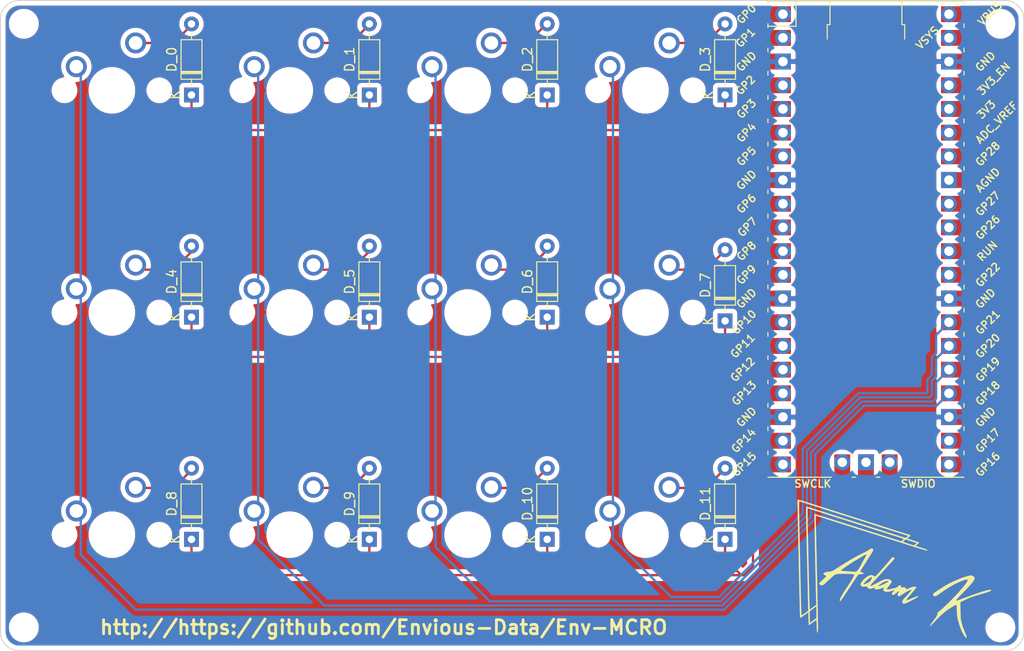
<source format=kicad_pcb>
(kicad_pcb (version 20171130) (host pcbnew "(5.1.9)-1")
  (layers (0 F.Cu signal hide) (31 B.Cu signal hide) (34 B.Paste user hide) (35 F.Paste user hide) (36 B.SilkS user hide) (37 F.SilkS user hide) (38 B.Mask user hide) (39 F.Mask user hide) (44 Edge.Cuts user))
  (net 0 "")
  (net 1 col0)
  (net 2 col1)
  (net 3 col2)
  (net 4 col3)
  (net 5 row0)
  (net 6 row1)
  (net 7 row2)
  (net 8 "Net-(D_0-Pad2)")
  (net 9 "Net-(D_1-Pad2)")
  (net 10 "Net-(D_2-Pad2)")
  (net 11 "Net-(D_3-Pad2)")
  (net 12 "Net-(D_4-Pad2)")
  (net 13 "Net-(D_5-Pad2)")
  (net 14 "Net-(D_6-Pad2)")
  (net 15 "Net-(D_7-Pad2)")
  (net 16 "Net-(D_8-Pad2)")
  (net 17 "Net-(D_9-Pad2)")
  (net 18 "Net-(D_10-Pad2)")
  (net 19 "Net-(D_11-Pad2)")
  (net 20 "Net-(U1-Pad43)")
  (net 21 "Net-(U1-Pad42)")
  (net 22 "Net-(U1-Pad41)")
  (net 23 "Net-(U1-Pad21)")
  (net 24 "Net-(U1-Pad22)")
  (net 25 "Net-(U1-Pad29)")
  (net 26 "Net-(U1-Pad30)")
  (net 27 "Net-(U1-Pad33)")
  (net 28 "Net-(U1-Pad35)")
  (net 29 "Net-(U1-Pad36)")
  (net 30 "Net-(U1-Pad37)")
  (net 31 "Net-(U1-Pad39)")
  (net 32 "Net-(U1-Pad40)")
  (net 33 "Net-(U1-Pad19)")
  (net 34 "Net-(U1-Pad17)")
  (net 35 "Net-(U1-Pad16)")
  (net 36 "Net-(U1-Pad14)")
  (net 37 "Net-(U1-Pad12)")
  (net 38 "Net-(U1-Pad11)")
  (net 39 "Net-(U1-Pad10)")
  (net 40 "Net-(U1-Pad9)")
  (net 41 "Net-(U1-Pad7)")
  (net 42 "Net-(U1-Pad5)")
  (net 43 "Net-(U1-Pad4)")
  (net 44 "Net-(U1-Pad2)")
  (net 45 "Net-(U1-Pad1)")
  (net 46 "Net-(U1-Pad31)")
  (net 47 "Net-(U1-Pad32)")
  (net 48 "Net-(U1-Pad34)")
  (net 49 GND)
  (module Pico:RPi_Pico_SMD_TH (layer F.Cu) (at 156.1 64.4)
    (fp_text reference U1)
    (fp_text value Pico)
    (fp_text user GP1 (at -12.9 -21.6 45) (layer F.SilkS) (effects (font (size 0.8 0.8))))
    (fp_text user GP2 (at -12.9 -16.51 45) (layer F.SilkS) (effects (font (size 0.8 0.8))))
    (fp_text user GP0 (at -12.8 -24.13 45) (layer F.SilkS) (effects (font (size 0.8 0.8))))
    (fp_text user GP3 (at -12.8 -13.97 45) (layer F.SilkS) (effects (font (size 0.8 0.8))))
    (fp_text user GP4 (at -12.8 -11.43 45) (layer F.SilkS) (effects (font (size 0.8 0.8))))
    (fp_text user GP5 (at -12.8 -8.89 45) (layer F.SilkS) (effects (font (size 0.8 0.8))))
    (fp_text user GP6 (at -12.8 -3.81 45) (layer F.SilkS) (effects (font (size 0.8 0.8))))
    (fp_text user GP7 (at -12.7 -1.3 45) (layer F.SilkS) (effects (font (size 0.8 0.8))))
    (fp_text user GP8 (at -12.8 1.27 45) (layer F.SilkS) (effects (font (size 0.8 0.8))))
    (fp_text user GP9 (at -12.8 3.81 45) (layer F.SilkS) (effects (font (size 0.8 0.8))))
    (fp_text user GP10 (at -13.054 8.89 45) (layer F.SilkS) (effects (font (size 0.8 0.8))))
    (fp_text user GP11 (at -13.2 11.43 45) (layer F.SilkS) (effects (font (size 0.8 0.8))))
    (fp_text user GP12 (at -13.2 13.97 45) (layer F.SilkS) (effects (font (size 0.8 0.8))))
    (fp_text user GP13 (at -13.054 16.51 45) (layer F.SilkS) (effects (font (size 0.8 0.8))))
    (fp_text user GP14 (at -13.1 21.59 45) (layer F.SilkS) (effects (font (size 0.8 0.8))))
    (fp_text user GP15 (at -13.054 24.13 45) (layer F.SilkS) (effects (font (size 0.8 0.8))))
    (fp_text user GP16 (at 13.054 24.13 45) (layer F.SilkS) (effects (font (size 0.8 0.8))))
    (fp_text user GP17 (at 13.054 21.59 45) (layer F.SilkS) (effects (font (size 0.8 0.8))))
    (fp_text user GP18 (at 13.054 16.51 45) (layer F.SilkS) (effects (font (size 0.8 0.8))))
    (fp_text user GP19 (at 13.054 13.97 45) (layer F.SilkS) (effects (font (size 0.8 0.8))))
    (fp_text user GP20 (at 13.054 11.43 45) (layer F.SilkS) (effects (font (size 0.8 0.8))))
    (fp_text user GP21 (at 13.054 8.9 45) (layer F.SilkS) (effects (font (size 0.8 0.8))))
    (fp_text user GP22 (at 13.054 3.81 45) (layer F.SilkS) (effects (font (size 0.8 0.8))))
    (fp_text user RUN (at 13 1.27 45) (layer F.SilkS) (effects (font (size 0.8 0.8))))
    (fp_text user GP26 (at 13.054 -1.27 45) (layer F.SilkS) (effects (font (size 0.8 0.8))))
    (fp_text user GP27 (at 13.054 -3.8 45) (layer F.SilkS) (effects (font (size 0.8 0.8))))
    (fp_text user GP28 (at 13.054 -9.144 45) (layer F.SilkS) (effects (font (size 0.8 0.8))))
    (fp_text user ADC_VREF (at 14 -12.5 45) (layer F.SilkS) (effects (font (size 0.8 0.8))))
    (fp_text user 3V3 (at 12.9 -13.9 45) (layer F.SilkS) (effects (font (size 0.8 0.8))))
    (fp_text user 3V3_EN (at 13.7 -17.2 45) (layer F.SilkS) (effects (font (size 0.8 0.8))))
    (fp_text user VSYS (at 6.6 -21.59 45) (layer F.SilkS) (effects (font (size 0.8 0.8))))
    (fp_text user VBUS (at 13.3 -24.2 45) (layer F.SilkS) (effects (font (size 0.8 0.8))))
    (fp_text user GND (at -12.8 -19.05 45) (layer F.SilkS) (effects (font (size 0.8 0.8))))
    (fp_text user GND (at -12.8 -6.35 45) (layer F.SilkS) (effects (font (size 0.8 0.8))))
    (fp_text user GND (at -12.8 6.35 45) (layer F.SilkS) (effects (font (size 0.8 0.8))))
    (fp_text user GND (at -12.8 19.05 45) (layer F.SilkS) (effects (font (size 0.8 0.8))))
    (fp_text user GND (at 12.8 19.05 45) (layer F.SilkS) (effects (font (size 0.8 0.8))))
    (fp_text user GND (at 12.8 6.35 45) (layer F.SilkS) (effects (font (size 0.8 0.8))))
    (fp_text user GND (at 12.8 -19.05 45) (layer F.SilkS) (effects (font (size 0.8 0.8))))
    (fp_text user AGND (at 13.054 -6.35 45) (layer F.SilkS) (effects (font (size 0.8 0.8))))
    (fp_text user SWCLK (at -5.7 26.2) (layer F.SilkS) (effects (font (size 0.8 0.8))))
    (fp_text user SWDIO (at 5.6 26.2) (layer F.SilkS) (effects (font (size 0.8 0.8))))
    (pad 1 thru_hole oval (at -8.89 -24.13) (size 1.7 1.7) (drill 1.02) (layers *.Cu *.Mask) (net 45 "Net-(U1-Pad1)"))
    (pad 2 thru_hole oval (at -8.89 -21.59) (size 1.7 1.7) (drill 1.02) (layers *.Cu *.Mask) (net 44 "Net-(U1-Pad2)"))
    (pad 3 thru_hole rect (at -8.89 -19.05) (size 1.7 1.7) (drill 1.02) (layers *.Cu *.Mask) (net 49 GND))
    (pad 4 thru_hole oval (at -8.89 -16.51) (size 1.7 1.7) (drill 1.02) (layers *.Cu *.Mask) (net 43 "Net-(U1-Pad4)"))
    (pad 5 thru_hole oval (at -8.89 -13.97) (size 1.7 1.7) (drill 1.02) (layers *.Cu *.Mask) (net 42 "Net-(U1-Pad5)"))
    (pad 6 thru_hole oval (at -8.89 -11.43) (size 1.7 1.7) (drill 1.02) (layers *.Cu *.Mask) (net 5 row0))
    (pad 7 thru_hole oval (at -8.89 -8.89) (size 1.7 1.7) (drill 1.02) (layers *.Cu *.Mask) (net 41 "Net-(U1-Pad7)"))
    (pad 8 thru_hole rect (at -8.89 -6.35) (size 1.7 1.7) (drill 1.02) (layers *.Cu *.Mask) (net 49 GND))
    (pad 9 thru_hole oval (at -8.89 -3.81) (size 1.7 1.7) (drill 1.02) (layers *.Cu *.Mask) (net 40 "Net-(U1-Pad9)"))
    (pad 10 thru_hole oval (at -8.89 -1.27) (size 1.7 1.7) (drill 1.02) (layers *.Cu *.Mask) (net 39 "Net-(U1-Pad10)"))
    (pad 11 thru_hole oval (at -8.89 1.27) (size 1.7 1.7) (drill 1.02) (layers *.Cu *.Mask) (net 38 "Net-(U1-Pad11)"))
    (pad 12 thru_hole oval (at -8.89 3.81) (size 1.7 1.7) (drill 1.02) (layers *.Cu *.Mask) (net 37 "Net-(U1-Pad12)"))
    (pad 13 thru_hole rect (at -8.89 6.35) (size 1.7 1.7) (drill 1.02) (layers *.Cu *.Mask) (net 49 GND))
    (pad 14 thru_hole oval (at -8.89 8.89) (size 1.7 1.7) (drill 1.02) (layers *.Cu *.Mask) (net 36 "Net-(U1-Pad14)"))
    (pad 15 thru_hole oval (at -8.89 11.43) (size 1.7 1.7) (drill 1.02) (layers *.Cu *.Mask) (net 6 row1))
    (pad 16 thru_hole oval (at -8.89 13.97) (size 1.7 1.7) (drill 1.02) (layers *.Cu *.Mask) (net 35 "Net-(U1-Pad16)"))
    (pad 17 thru_hole oval (at -8.89 16.51) (size 1.7 1.7) (drill 1.02) (layers *.Cu *.Mask) (net 34 "Net-(U1-Pad17)"))
    (pad 18 thru_hole rect (at -8.89 19.05) (size 1.7 1.7) (drill 1.02) (layers *.Cu *.Mask) (net 49 GND))
    (pad 19 thru_hole oval (at -8.89 21.59) (size 1.7 1.7) (drill 1.02) (layers *.Cu *.Mask) (net 33 "Net-(U1-Pad19)"))
    (pad 20 thru_hole oval (at -8.89 24.13) (size 1.7 1.7) (drill 1.02) (layers *.Cu *.Mask) (net 7 row2))
    (pad 21 thru_hole oval (at 8.89 24.13) (size 1.7 1.7) (drill 1.02) (layers *.Cu *.Mask) (net 23 "Net-(U1-Pad21)"))
    (pad 22 thru_hole oval (at 8.89 21.59) (size 1.7 1.7) (drill 1.02) (layers *.Cu *.Mask) (net 24 "Net-(U1-Pad22)"))
    (pad 23 thru_hole rect (at 8.89 19.05) (size 1.7 1.7) (drill 1.02) (layers *.Cu *.Mask) (net 49 GND))
    (pad 24 thru_hole oval (at 8.89 16.51) (size 1.7 1.7) (drill 1.02) (layers *.Cu *.Mask) (net 1 col0))
    (pad 25 thru_hole oval (at 8.89 13.97) (size 1.7 1.7) (drill 1.02) (layers *.Cu *.Mask) (net 2 col1))
    (pad 26 thru_hole oval (at 8.89 11.43) (size 1.7 1.7) (drill 1.02) (layers *.Cu *.Mask) (net 3 col2))
    (pad 27 thru_hole oval (at 8.89 8.89) (size 1.7 1.7) (drill 1.02) (layers *.Cu *.Mask) (net 4 col3))
    (pad 28 thru_hole rect (at 8.89 6.35) (size 1.7 1.7) (drill 1.02) (layers *.Cu *.Mask) (net 49 GND))
    (pad 29 thru_hole oval (at 8.89 3.81) (size 1.7 1.7) (drill 1.02) (layers *.Cu *.Mask) (net 25 "Net-(U1-Pad29)"))
    (pad 30 thru_hole oval (at 8.89 1.27) (size 1.7 1.7) (drill 1.02) (layers *.Cu *.Mask) (net 26 "Net-(U1-Pad30)"))
    (pad 31 thru_hole oval (at 8.89 -1.27) (size 1.7 1.7) (drill 1.02) (layers *.Cu *.Mask) (net 46 "Net-(U1-Pad31)"))
    (pad 32 thru_hole oval (at 8.89 -3.81) (size 1.7 1.7) (drill 1.02) (layers *.Cu *.Mask) (net 47 "Net-(U1-Pad32)"))
    (pad 33 thru_hole rect (at 8.89 -6.35) (size 1.7 1.7) (drill 1.02) (layers *.Cu *.Mask) (net 27 "Net-(U1-Pad33)"))
    (pad 34 thru_hole oval (at 8.89 -8.89) (size 1.7 1.7) (drill 1.02) (layers *.Cu *.Mask) (net 48 "Net-(U1-Pad34)"))
    (pad 35 thru_hole oval (at 8.89 -11.43) (size 1.7 1.7) (drill 1.02) (layers *.Cu *.Mask) (net 28 "Net-(U1-Pad35)"))
    (pad 36 thru_hole oval (at 8.89 -13.97) (size 1.7 1.7) (drill 1.02) (layers *.Cu *.Mask) (net 29 "Net-(U1-Pad36)"))
    (pad 37 thru_hole oval (at 8.89 -16.51) (size 1.7 1.7) (drill 1.02) (layers *.Cu *.Mask) (net 30 "Net-(U1-Pad37)"))
    (pad 38 thru_hole rect (at 8.89 -19.05) (size 1.7 1.7) (drill 1.02) (layers *.Cu *.Mask) (net 49 GND))
    (pad 39 thru_hole oval (at 8.89 -21.59) (size 1.7 1.7) (drill 1.02) (layers *.Cu *.Mask) (net 31 "Net-(U1-Pad39)"))
    (pad 40 thru_hole oval (at 8.89 -24.13) (size 1.7 1.7) (drill 1.02) (layers *.Cu *.Mask) (net 32 "Net-(U1-Pad40)"))
    (pad 1 smd rect (at -8.89 -24.13) (size 3.5 1.7) (drill (offset -0.9 0)) (layers F.Cu F.Mask) (net 45 "Net-(U1-Pad1)"))
    (pad 2 smd rect (at -8.89 -21.59) (size 3.5 1.7) (drill (offset -0.9 0)) (layers F.Cu F.Mask) (net 44 "Net-(U1-Pad2)"))
    (pad 3 smd rect (at -8.89 -19.05) (size 3.5 1.7) (drill (offset -0.9 0)) (layers F.Cu F.Mask) (net 49 GND))
    (pad 4 smd rect (at -8.89 -16.51) (size 3.5 1.7) (drill (offset -0.9 0)) (layers F.Cu F.Mask) (net 43 "Net-(U1-Pad4)"))
    (pad 5 smd rect (at -8.89 -13.97) (size 3.5 1.7) (drill (offset -0.9 0)) (layers F.Cu F.Mask) (net 42 "Net-(U1-Pad5)"))
    (pad 6 smd rect (at -8.89 -11.43) (size 3.5 1.7) (drill (offset -0.9 0)) (layers F.Cu F.Mask) (net 5 row0))
    (pad 7 smd rect (at -8.89 -8.89) (size 3.5 1.7) (drill (offset -0.9 0)) (layers F.Cu F.Mask) (net 41 "Net-(U1-Pad7)"))
    (pad 8 smd rect (at -8.89 -6.35) (size 3.5 1.7) (drill (offset -0.9 0)) (layers F.Cu F.Mask) (net 49 GND))
    (pad 9 smd rect (at -8.89 -3.81) (size 3.5 1.7) (drill (offset -0.9 0)) (layers F.Cu F.Mask) (net 40 "Net-(U1-Pad9)"))
    (pad 10 smd rect (at -8.89 -1.27) (size 3.5 1.7) (drill (offset -0.9 0)) (layers F.Cu F.Mask) (net 39 "Net-(U1-Pad10)"))
    (pad 11 smd rect (at -8.89 1.27) (size 3.5 1.7) (drill (offset -0.9 0)) (layers F.Cu F.Mask) (net 38 "Net-(U1-Pad11)"))
    (pad 12 smd rect (at -8.89 3.81) (size 3.5 1.7) (drill (offset -0.9 0)) (layers F.Cu F.Mask) (net 37 "Net-(U1-Pad12)"))
    (pad 13 smd rect (at -8.89 6.35) (size 3.5 1.7) (drill (offset -0.9 0)) (layers F.Cu F.Mask) (net 49 GND))
    (pad 14 smd rect (at -8.89 8.89) (size 3.5 1.7) (drill (offset -0.9 0)) (layers F.Cu F.Mask) (net 36 "Net-(U1-Pad14)"))
    (pad 15 smd rect (at -8.89 11.43) (size 3.5 1.7) (drill (offset -0.9 0)) (layers F.Cu F.Mask) (net 6 row1))
    (pad 16 smd rect (at -8.89 13.97) (size 3.5 1.7) (drill (offset -0.9 0)) (layers F.Cu F.Mask) (net 35 "Net-(U1-Pad16)"))
    (pad 17 smd rect (at -8.89 16.51) (size 3.5 1.7) (drill (offset -0.9 0)) (layers F.Cu F.Mask) (net 34 "Net-(U1-Pad17)"))
    (pad 18 smd rect (at -8.89 19.05) (size 3.5 1.7) (drill (offset -0.9 0)) (layers F.Cu F.Mask) (net 49 GND))
    (pad 19 smd rect (at -8.89 21.59) (size 3.5 1.7) (drill (offset -0.9 0)) (layers F.Cu F.Mask) (net 33 "Net-(U1-Pad19)"))
    (pad 20 smd rect (at -8.89 24.13) (size 3.5 1.7) (drill (offset -0.9 0)) (layers F.Cu F.Mask) (net 7 row2))
    (pad 40 smd rect (at 8.89 -24.13) (size 3.5 1.7) (drill (offset 0.9 0)) (layers F.Cu F.Mask) (net 32 "Net-(U1-Pad40)"))
    (pad 39 smd rect (at 8.89 -21.59) (size 3.5 1.7) (drill (offset 0.9 0)) (layers F.Cu F.Mask) (net 31 "Net-(U1-Pad39)"))
    (pad 38 smd rect (at 8.89 -19.05) (size 3.5 1.7) (drill (offset 0.9 0)) (layers F.Cu F.Mask) (net 49 GND))
    (pad 37 smd rect (at 8.89 -16.51) (size 3.5 1.7) (drill (offset 0.9 0)) (layers F.Cu F.Mask) (net 30 "Net-(U1-Pad37)"))
    (pad 36 smd rect (at 8.89 -13.97) (size 3.5 1.7) (drill (offset 0.9 0)) (layers F.Cu F.Mask) (net 29 "Net-(U1-Pad36)"))
    (pad 35 smd rect (at 8.89 -11.43) (size 3.5 1.7) (drill (offset 0.9 0)) (layers F.Cu F.Mask) (net 28 "Net-(U1-Pad35)"))
    (pad 34 smd rect (at 8.89 -8.89) (size 3.5 1.7) (drill (offset 0.9 0)) (layers F.Cu F.Mask) (net 48 "Net-(U1-Pad34)"))
    (pad 33 smd rect (at 8.89 -6.35) (size 3.5 1.7) (drill (offset 0.9 0)) (layers F.Cu F.Mask) (net 27 "Net-(U1-Pad33)"))
    (pad 32 smd rect (at 8.89 -3.81) (size 3.5 1.7) (drill (offset 0.9 0)) (layers F.Cu F.Mask) (net 47 "Net-(U1-Pad32)"))
    (pad 31 smd rect (at 8.89 -1.27) (size 3.5 1.7) (drill (offset 0.9 0)) (layers F.Cu F.Mask) (net 46 "Net-(U1-Pad31)"))
    (pad 30 smd rect (at 8.89 1.27) (size 3.5 1.7) (drill (offset 0.9 0)) (layers F.Cu F.Mask) (net 26 "Net-(U1-Pad30)"))
    (pad 29 smd rect (at 8.89 3.81) (size 3.5 1.7) (drill (offset 0.9 0)) (layers F.Cu F.Mask) (net 25 "Net-(U1-Pad29)"))
    (pad 28 smd rect (at 8.89 6.35) (size 3.5 1.7) (drill (offset 0.9 0)) (layers F.Cu F.Mask) (net 49 GND))
    (pad 27 smd rect (at 8.89 8.89) (size 3.5 1.7) (drill (offset 0.9 0)) (layers F.Cu F.Mask) (net 4 col3))
    (pad 26 smd rect (at 8.89 11.43) (size 3.5 1.7) (drill (offset 0.9 0)) (layers F.Cu F.Mask) (net 3 col2))
    (pad 25 smd rect (at 8.89 13.97) (size 3.5 1.7) (drill (offset 0.9 0)) (layers F.Cu F.Mask) (net 2 col1))
    (pad 24 smd rect (at 8.89 16.51) (size 3.5 1.7) (drill (offset 0.9 0)) (layers F.Cu F.Mask) (net 1 col0))
    (pad 23 smd rect (at 8.89 19.05) (size 3.5 1.7) (drill (offset 0.9 0)) (layers F.Cu F.Mask) (net 49 GND))
    (pad 22 smd rect (at 8.89 21.59) (size 3.5 1.7) (drill (offset 0.9 0)) (layers F.Cu F.Mask) (net 24 "Net-(U1-Pad22)"))
    (pad 21 smd rect (at 8.89 24.13) (size 3.5 1.7) (drill (offset 0.9 0)) (layers F.Cu F.Mask) (net 23 "Net-(U1-Pad21)"))
    (pad 41 smd rect (at -2.54 23.9 90) (size 3.5 1.7) (drill (offset -0.9 0)) (layers F.Cu F.Mask) (net 22 "Net-(U1-Pad41)"))
    (pad 41 thru_hole oval (at -2.54 23.9) (size 1.7 1.7) (drill 1.02) (layers *.Cu *.Mask) (net 22 "Net-(U1-Pad41)"))
    (pad 42 smd rect (at 0 23.9 90) (size 3.5 1.7) (drill (offset -0.9 0)) (layers F.Cu F.Mask) (net 21 "Net-(U1-Pad42)"))
    (pad 42 thru_hole rect (at 0 23.9) (size 1.7 1.7) (drill 1.02) (layers *.Cu *.Mask) (net 21 "Net-(U1-Pad42)"))
    (pad 43 smd rect (at 2.54 23.9 90) (size 3.5 1.7) (drill (offset -0.9 0)) (layers F.Cu F.Mask) (net 20 "Net-(U1-Pad43)"))
    (pad 43 thru_hole oval (at 2.54 23.9) (size 1.7 1.7) (drill 1.02) (layers *.Cu *.Mask) (net 20 "Net-(U1-Pad43)"))
  )
  (module Logo:logo (layer F.Cu) (at 159.3 100)
    (fp_text reference G*** hide)
    (fp_text value LOGO hide)
  )
  (module MountingHole:MountingHole_2.2mm_M2 (layer F.Cu) (at 170.5 106)
    (fp_text reference H4)
    (fp_text value MountingHole)
    (pad "" np_thru_hole circle (at 0 0) (size 2.2 2.2) (drill 2.2) (layers *.Cu *.Mask Eco1.User))
  )
  (module MountingHole:MountingHole_2.2mm_M2 (layer F.Cu) (at 65.9 41.3)
    (fp_text reference H3)
    (fp_text value MountingHole)
    (pad "" np_thru_hole circle (at 0 0) (size 2.2 2.2) (drill 2.2) (layers *.Cu *.Mask Eco1.User))
  )
  (module MountingHole:MountingHole_2.2mm_M2 (layer F.Cu) (at 65.9 106)
    (fp_text reference H2)
    (fp_text value MountingHole)
    (pad "" np_thru_hole circle (at 0 0) (size 2.2 2.2) (drill 2.2) (layers *.Cu *.Mask Eco1.User))
  )
  (module MountingHole:MountingHole_2.2mm_M2 (layer F.Cu) (at 170.5 41.3)
    (fp_text reference H1)
    (fp_text value MountingHole hide)
    (pad "" np_thru_hole circle (at 0 0) (size 2.2 2.2) (drill 2.2) (layers *.Cu *.Mask Eco1.User))
  )
  (module MX_Only:MXOnly-1U-NoLED (layer F.Cu) (at 113.435 48.435)
    (fp_text reference K_2)
    (fp_text value KEYSW hide)
    (pad 2 thru_hole circle (at 2.54 -5.08) (size 2.25 2.25) (drill 1.47) (layers *.Cu B.Mask) (net 10 "Net-(D_2-Pad2)"))
    (pad "" np_thru_hole circle (at 0 0) (size 3.9878 3.9878) (drill 3.9878) (layers *.Cu *.Mask))
    (pad 1 thru_hole circle (at -3.81 -2.54) (size 2.25 2.25) (drill 1.47) (layers *.Cu B.Mask) (net 3 col2))
    (pad "" np_thru_hole circle (at -5.08 0 48.0996) (size 1.75 1.75) (drill 1.75) (layers *.Cu *.Mask))
    (pad "" np_thru_hole circle (at 5.08 0 48.0996) (size 1.75 1.75) (drill 1.75) (layers *.Cu *.Mask))
  )
  (module MX_Only:MXOnly-1U-NoLED (layer F.Cu) (at 75.335 48.435)
    (fp_text reference K_0)
    (fp_text value KEYSW hide)
    (pad 2 thru_hole circle (at 2.54 -5.08) (size 2.25 2.25) (drill 1.47) (layers *.Cu B.Mask) (net 8 "Net-(D_0-Pad2)"))
    (pad "" np_thru_hole circle (at 0 0) (size 3.9878 3.9878) (drill 3.9878) (layers *.Cu *.Mask))
    (pad 1 thru_hole circle (at -3.81 -2.54) (size 2.25 2.25) (drill 1.47) (layers *.Cu B.Mask) (net 1 col0))
    (pad "" np_thru_hole circle (at -5.08 0 48.0996) (size 1.75 1.75) (drill 1.75) (layers *.Cu *.Mask))
    (pad "" np_thru_hole circle (at 5.08 0 48.0996) (size 1.75 1.75) (drill 1.75) (layers *.Cu *.Mask))
  )
  (module Diode_THT:D_DO-35_SOD27_P7.62mm_Horizontal (layer F.Cu) (at 141.01 96.56 90)
    (fp_text reference D_11 (at 3.81 -2.12 270) (layer F.SilkS))
    (fp_text value D)
    (fp_text user K (at 0 -1.8 270) (layer F.SilkS))
    (pad 2 thru_hole oval (at 7.62 0 90) (size 1.6 1.6) (drill 0.8) (layers *.Cu *.Mask) (net 19 "Net-(D_11-Pad2)"))
    (pad 1 thru_hole rect (at 0 0 90) (size 1.6 1.6) (drill 0.8) (layers *.Cu *.Mask) (net 7 row2))
  )
  (module Diode_THT:D_DO-35_SOD27_P7.62mm_Horizontal (layer F.Cu) (at 121.96 96.56 90)
    (fp_text reference D_10 (at 3.81 -2.12 270) (layer F.SilkS))
    (fp_text value D)
    (fp_text user K (at 0 -1.8 270) (layer F.SilkS))
    (pad 2 thru_hole oval (at 7.62 0 90) (size 1.6 1.6) (drill 0.8) (layers *.Cu *.Mask) (net 18 "Net-(D_10-Pad2)"))
    (pad 1 thru_hole rect (at 0 0 90) (size 1.6 1.6) (drill 0.8) (layers *.Cu *.Mask) (net 7 row2))
  )
  (module Diode_THT:D_DO-35_SOD27_P7.62mm_Horizontal (layer F.Cu) (at 102.91 96.56 90)
    (fp_text reference D_9 (at 3.81 -2.12 270) (layer F.SilkS))
    (fp_text value D)
    (fp_text user K (at 0 -1.8 270) (layer F.SilkS))
    (pad 2 thru_hole oval (at 7.62 0 90) (size 1.6 1.6) (drill 0.8) (layers *.Cu *.Mask) (net 17 "Net-(D_9-Pad2)"))
    (pad 1 thru_hole rect (at 0 0 90) (size 1.6 1.6) (drill 0.8) (layers *.Cu *.Mask) (net 7 row2))
  )
  (module Diode_THT:D_DO-35_SOD27_P7.62mm_Horizontal (layer F.Cu) (at 83.86 96.56 90)
    (fp_text reference D_8 (at 3.81 -2.12 270) (layer F.SilkS))
    (fp_text value D)
    (fp_text user K (at 0 -1.8 270) (layer F.SilkS))
    (pad 2 thru_hole oval (at 7.62 0 90) (size 1.6 1.6) (drill 0.8) (layers *.Cu *.Mask) (net 16 "Net-(D_8-Pad2)"))
    (pad 1 thru_hole rect (at 0 0 90) (size 1.6 1.6) (drill 0.8) (layers *.Cu *.Mask) (net 7 row2))
  )
  (module Diode_THT:D_DO-35_SOD27_P7.62mm_Horizontal (layer F.Cu) (at 141.01 73.1475 90)
    (fp_text reference D_7 (at 3.81 -2.12 270) (layer F.SilkS))
    (fp_text value D)
    (fp_text user K (at 0 -1.8 270) (layer F.SilkS))
    (pad 2 thru_hole oval (at 7.62 0 90) (size 1.6 1.6) (drill 0.8) (layers *.Cu *.Mask) (net 15 "Net-(D_7-Pad2)"))
    (pad 1 thru_hole rect (at 0 0 90) (size 1.6 1.6) (drill 0.8) (layers *.Cu *.Mask) (net 6 row1))
  )
  (module Diode_THT:D_DO-35_SOD27_P7.62mm_Horizontal (layer F.Cu) (at 121.96 72.7475 90)
    (fp_text reference D_6 (at 3.81 -2.12 270) (layer F.SilkS))
    (fp_text value D)
    (fp_text user K (at 0 -1.8 270) (layer F.SilkS))
    (pad 2 thru_hole oval (at 7.62 0 90) (size 1.6 1.6) (drill 0.8) (layers *.Cu *.Mask) (net 14 "Net-(D_6-Pad2)"))
    (pad 1 thru_hole rect (at 0 0 90) (size 1.6 1.6) (drill 0.8) (layers *.Cu *.Mask) (net 6 row1))
  )
  (module Diode_THT:D_DO-35_SOD27_P7.62mm_Horizontal (layer F.Cu) (at 102.91 72.7475 90)
    (fp_text reference D_5 (at 3.81 -2.12 270) (layer F.SilkS))
    (fp_text value D)
    (fp_text user K (at 0 -1.8 270) (layer F.SilkS))
    (pad 2 thru_hole oval (at 7.62 0 90) (size 1.6 1.6) (drill 0.8) (layers *.Cu *.Mask) (net 13 "Net-(D_5-Pad2)"))
    (pad 1 thru_hole rect (at 0 0 90) (size 1.6 1.6) (drill 0.8) (layers *.Cu *.Mask) (net 6 row1))
  )
  (module Diode_THT:D_DO-35_SOD27_P7.62mm_Horizontal (layer F.Cu) (at 83.86 72.7475 90)
    (fp_text reference D_4 (at 3.81 -2.12 270) (layer F.SilkS))
    (fp_text value D)
    (fp_text user K (at 0 -1.8 270) (layer F.SilkS))
    (pad 2 thru_hole oval (at 7.62 0 90) (size 1.6 1.6) (drill 0.8) (layers *.Cu *.Mask) (net 12 "Net-(D_4-Pad2)"))
    (pad 1 thru_hole rect (at 0 0 90) (size 1.6 1.6) (drill 0.8) (layers *.Cu *.Mask) (net 6 row1))
  )
  (module Diode_THT:D_DO-35_SOD27_P7.62mm_Horizontal (layer F.Cu) (at 141.01 48.935 90)
    (fp_text reference D_3 (at 3.81 -2.12 270) (layer F.SilkS))
    (fp_text value D)
    (fp_text user K (at 0 -1.8 270) (layer F.SilkS))
    (pad 2 thru_hole oval (at 7.62 0 90) (size 1.6 1.6) (drill 0.8) (layers *.Cu *.Mask) (net 11 "Net-(D_3-Pad2)"))
    (pad 1 thru_hole rect (at 0 0 90) (size 1.6 1.6) (drill 0.8) (layers *.Cu *.Mask) (net 5 row0))
  )
  (module Diode_THT:D_DO-35_SOD27_P7.62mm_Horizontal (layer F.Cu) (at 121.96 48.935 90)
    (fp_text reference D_2 (at 3.81 -2.12 270) (layer F.SilkS))
    (fp_text value D)
    (fp_text user K (at 0 -1.8 270) (layer F.SilkS))
    (pad 2 thru_hole oval (at 7.62 0 90) (size 1.6 1.6) (drill 0.8) (layers *.Cu *.Mask) (net 10 "Net-(D_2-Pad2)"))
    (pad 1 thru_hole rect (at 0 0 90) (size 1.6 1.6) (drill 0.8) (layers *.Cu *.Mask) (net 5 row0))
  )
  (module Diode_THT:D_DO-35_SOD27_P7.62mm_Horizontal (layer F.Cu) (at 102.91 48.935 90)
    (fp_text reference D_1 (at 3.81 -2.12 270) (layer F.SilkS))
    (fp_text value D)
    (fp_text user K (at 0 -1.8 270) (layer F.SilkS))
    (pad 2 thru_hole oval (at 7.62 0 90) (size 1.6 1.6) (drill 0.8) (layers *.Cu *.Mask) (net 9 "Net-(D_1-Pad2)"))
    (pad 1 thru_hole rect (at 0 0 90) (size 1.6 1.6) (drill 0.8) (layers *.Cu *.Mask) (net 5 row0))
  )
  (module Diode_THT:D_DO-35_SOD27_P7.62mm_Horizontal (layer F.Cu) (at 83.86 48.935 90)
    (fp_text reference D_0 (at 3.81 -2.12 270) (layer F.SilkS))
    (fp_text value D)
    (fp_text user K (at 0 -1.8 270) (layer F.SilkS))
    (pad 2 thru_hole oval (at 7.62 0 90) (size 1.6 1.6) (drill 0.8) (layers *.Cu *.Mask) (net 8 "Net-(D_0-Pad2)"))
    (pad 1 thru_hole rect (at 0 0 90) (size 1.6 1.6) (drill 0.8) (layers *.Cu *.Mask) (net 5 row0))
  )
  (module MX_Only:MXOnly-1U-NoLED (layer F.Cu) (at 132.485 96.06)
    (fp_text reference K_11)
    (fp_text value KEYSW hide)
    (pad 2 thru_hole circle (at 2.54 -5.08) (size 2.25 2.25) (drill 1.47) (layers *.Cu B.Mask) (net 19 "Net-(D_11-Pad2)"))
    (pad "" np_thru_hole circle (at 0 0) (size 3.9878 3.9878) (drill 3.9878) (layers *.Cu *.Mask))
    (pad 1 thru_hole circle (at -3.81 -2.54) (size 2.25 2.25) (drill 1.47) (layers *.Cu B.Mask) (net 4 col3))
    (pad "" np_thru_hole circle (at -5.08 0 48.0996) (size 1.75 1.75) (drill 1.75) (layers *.Cu *.Mask))
    (pad "" np_thru_hole circle (at 5.08 0 48.0996) (size 1.75 1.75) (drill 1.75) (layers *.Cu *.Mask))
  )
  (module MX_Only:MXOnly-1U-NoLED (layer F.Cu) (at 113.435 96.06)
    (fp_text reference K_10)
    (fp_text value KEYSW hide)
    (pad 2 thru_hole circle (at 2.54 -5.08) (size 2.25 2.25) (drill 1.47) (layers *.Cu B.Mask) (net 18 "Net-(D_10-Pad2)"))
    (pad "" np_thru_hole circle (at 0 0) (size 3.9878 3.9878) (drill 3.9878) (layers *.Cu *.Mask))
    (pad 1 thru_hole circle (at -3.81 -2.54) (size 2.25 2.25) (drill 1.47) (layers *.Cu B.Mask) (net 3 col2))
    (pad "" np_thru_hole circle (at -5.08 0 48.0996) (size 1.75 1.75) (drill 1.75) (layers *.Cu *.Mask))
    (pad "" np_thru_hole circle (at 5.08 0 48.0996) (size 1.75 1.75) (drill 1.75) (layers *.Cu *.Mask))
  )
  (module MX_Only:MXOnly-1U-NoLED (layer F.Cu) (at 94.385 96.06)
    (fp_text reference K_9)
    (fp_text value KEYSW hide)
    (pad 2 thru_hole circle (at 2.54 -5.08) (size 2.25 2.25) (drill 1.47) (layers *.Cu B.Mask) (net 17 "Net-(D_9-Pad2)"))
    (pad "" np_thru_hole circle (at 0 0) (size 3.9878 3.9878) (drill 3.9878) (layers *.Cu *.Mask))
    (pad 1 thru_hole circle (at -3.81 -2.54) (size 2.25 2.25) (drill 1.47) (layers *.Cu B.Mask) (net 2 col1))
    (pad "" np_thru_hole circle (at -5.08 0 48.0996) (size 1.75 1.75) (drill 1.75) (layers *.Cu *.Mask))
    (pad "" np_thru_hole circle (at 5.08 0 48.0996) (size 1.75 1.75) (drill 1.75) (layers *.Cu *.Mask))
  )
  (module MX_Only:MXOnly-1U-NoLED (layer F.Cu) (at 75.335 96.06)
    (fp_text reference K_8)
    (fp_text value KEYSW hide)
    (pad 2 thru_hole circle (at 2.54 -5.08) (size 2.25 2.25) (drill 1.47) (layers *.Cu B.Mask) (net 16 "Net-(D_8-Pad2)"))
    (pad "" np_thru_hole circle (at 0 0) (size 3.9878 3.9878) (drill 3.9878) (layers *.Cu *.Mask))
    (pad 1 thru_hole circle (at -3.81 -2.54) (size 2.25 2.25) (drill 1.47) (layers *.Cu B.Mask) (net 1 col0))
    (pad "" np_thru_hole circle (at -5.08 0 48.0996) (size 1.75 1.75) (drill 1.75) (layers *.Cu *.Mask))
    (pad "" np_thru_hole circle (at 5.08 0 48.0996) (size 1.75 1.75) (drill 1.75) (layers *.Cu *.Mask))
  )
  (module MX_Only:MXOnly-1U-NoLED (layer F.Cu) (at 132.485 72.2475)
    (fp_text reference K_7)
    (fp_text value KEYSW hide)
    (pad 2 thru_hole circle (at 2.54 -5.08) (size 2.25 2.25) (drill 1.47) (layers *.Cu B.Mask) (net 15 "Net-(D_7-Pad2)"))
    (pad "" np_thru_hole circle (at 0 0) (size 3.9878 3.9878) (drill 3.9878) (layers *.Cu *.Mask))
    (pad 1 thru_hole circle (at -3.81 -2.54) (size 2.25 2.25) (drill 1.47) (layers *.Cu B.Mask) (net 4 col3))
    (pad "" np_thru_hole circle (at -5.08 0 48.0996) (size 1.75 1.75) (drill 1.75) (layers *.Cu *.Mask))
    (pad "" np_thru_hole circle (at 5.08 0 48.0996) (size 1.75 1.75) (drill 1.75) (layers *.Cu *.Mask))
  )
  (module MX_Only:MXOnly-1U-NoLED (layer F.Cu) (at 113.435 72.2475)
    (fp_text reference K_6)
    (fp_text value KEYSW hide)
    (pad 2 thru_hole circle (at 2.54 -5.08) (size 2.25 2.25) (drill 1.47) (layers *.Cu B.Mask) (net 14 "Net-(D_6-Pad2)"))
    (pad "" np_thru_hole circle (at 0 0) (size 3.9878 3.9878) (drill 3.9878) (layers *.Cu *.Mask))
    (pad 1 thru_hole circle (at -3.81 -2.54) (size 2.25 2.25) (drill 1.47) (layers *.Cu B.Mask) (net 3 col2))
    (pad "" np_thru_hole circle (at -5.08 0 48.0996) (size 1.75 1.75) (drill 1.75) (layers *.Cu *.Mask))
    (pad "" np_thru_hole circle (at 5.08 0 48.0996) (size 1.75 1.75) (drill 1.75) (layers *.Cu *.Mask))
  )
  (module MX_Only:MXOnly-1U-NoLED (layer F.Cu) (at 94.385 72.2475)
    (fp_text reference K_5)
    (fp_text value KEYSW hide)
    (pad 2 thru_hole circle (at 2.54 -5.08) (size 2.25 2.25) (drill 1.47) (layers *.Cu B.Mask) (net 13 "Net-(D_5-Pad2)"))
    (pad "" np_thru_hole circle (at 0 0) (size 3.9878 3.9878) (drill 3.9878) (layers *.Cu *.Mask))
    (pad 1 thru_hole circle (at -3.81 -2.54) (size 2.25 2.25) (drill 1.47) (layers *.Cu B.Mask) (net 2 col1))
    (pad "" np_thru_hole circle (at -5.08 0 48.0996) (size 1.75 1.75) (drill 1.75) (layers *.Cu *.Mask))
    (pad "" np_thru_hole circle (at 5.08 0 48.0996) (size 1.75 1.75) (drill 1.75) (layers *.Cu *.Mask))
  )
  (module MX_Only:MXOnly-1U-NoLED (layer F.Cu) (at 75.335 72.2475)
    (fp_text reference K_4)
    (fp_text value KEYSW hide)
    (pad 2 thru_hole circle (at 2.54 -5.08) (size 2.25 2.25) (drill 1.47) (layers *.Cu B.Mask) (net 12 "Net-(D_4-Pad2)"))
    (pad "" np_thru_hole circle (at 0 0) (size 3.9878 3.9878) (drill 3.9878) (layers *.Cu *.Mask))
    (pad 1 thru_hole circle (at -3.81 -2.54) (size 2.25 2.25) (drill 1.47) (layers *.Cu B.Mask) (net 1 col0))
    (pad "" np_thru_hole circle (at -5.08 0 48.0996) (size 1.75 1.75) (drill 1.75) (layers *.Cu *.Mask))
    (pad "" np_thru_hole circle (at 5.08 0 48.0996) (size 1.75 1.75) (drill 1.75) (layers *.Cu *.Mask))
  )
  (module MX_Only:MXOnly-1U-NoLED (layer F.Cu) (at 132.485 48.435)
    (fp_text reference K_3)
    (fp_text value KEYSW hide)
    (pad 2 thru_hole circle (at 2.54 -5.08) (size 2.25 2.25) (drill 1.47) (layers *.Cu B.Mask) (net 11 "Net-(D_3-Pad2)"))
    (pad "" np_thru_hole circle (at 0 0) (size 3.9878 3.9878) (drill 3.9878) (layers *.Cu *.Mask))
    (pad 1 thru_hole circle (at -3.81 -2.54) (size 2.25 2.25) (drill 1.47) (layers *.Cu B.Mask) (net 4 col3))
    (pad "" np_thru_hole circle (at -5.08 0 48.0996) (size 1.75 1.75) (drill 1.75) (layers *.Cu *.Mask))
    (pad "" np_thru_hole circle (at 5.08 0 48.0996) (size 1.75 1.75) (drill 1.75) (layers *.Cu *.Mask))
  )
  (module MX_Only:MXOnly-1U-NoLED (layer F.Cu) (at 94.385 48.435)
    (fp_text reference K_1)
    (fp_text value KEYSW hide)
    (pad 2 thru_hole circle (at 2.54 -5.08) (size 2.25 2.25) (drill 1.47) (layers *.Cu B.Mask) (net 9 "Net-(D_1-Pad2)"))
    (pad "" np_thru_hole circle (at 0 0) (size 3.9878 3.9878) (drill 3.9878) (layers *.Cu *.Mask))
    (pad 1 thru_hole circle (at -3.81 -2.54) (size 2.25 2.25) (drill 1.47) (layers *.Cu B.Mask) (net 2 col1))
    (pad "" np_thru_hole circle (at -5.08 0 48.0996) (size 1.75 1.75) (drill 1.75) (layers *.Cu *.Mask))
    (pad "" np_thru_hole circle (at 5.08 0 48.0996) (size 1.75 1.75) (drill 1.75) (layers *.Cu *.Mask))
  )
  (gr_arc (start 171 40.8) (end 173 40.8) (angle -90) (layer Edge.Cuts) (width 0.1))
  (gr_arc (start 171 106.5) (end 171 108.5) (angle -90) (layer Edge.Cuts) (width 0.1))
  (gr_arc (start 65.4 106.5) (end 63.4 106.5) (angle -90) (layer Edge.Cuts) (width 0.1))
  (gr_line (start 63.4 40.8) (end 63.4 106.5) (layer Edge.Cuts) (width 0.1))
  (gr_line (start 171 38.8) (end 65.4 38.8) (layer Edge.Cuts) (width 0.1))
  (gr_arc (start 65.4 40.8) (end 65.4 38.8) (angle -90) (layer Edge.Cuts) (width 0.1))
  (gr_line (start 173 106.5) (end 173 40.8) (layer Edge.Cuts) (width 0.1))
  (gr_line (start 65.4 108.5) (end 171 108.5) (layer Edge.Cuts) (width 0.1))
  (gr_text http://https://github.com/Envious-Data/Env-MCRO (at 135 106) (layer F.SilkS) (effects (font (size 1.5 1.5) (thickness 0.3)) (justify right)))
  (segment (start 163.66 82.24) (end 164.99 80.91) (width 0.25) (layer B.Cu) (net 1))
  (segment (start 155.86 82.24) (end 163.66 82.24) (width 0.25) (layer B.Cu) (net 1))
  (segment (start 150.67003 87.42997) (end 155.86 82.24) (width 0.25) (layer B.Cu) (net 1))
  (segment (start 150.67003 94.3392) (end 150.67003 87.42997) (width 0.25) (layer B.Cu) (net 1))
  (segment (start 140.90923 104.1) (end 150.67003 94.3392) (width 0.25) (layer B.Cu) (net 1))
  (segment (start 77.9 104.1) (end 140.90923 104.1) (width 0.25) (layer B.Cu) (net 1))
  (segment (start 72 98.2) (end 77.9 104.1) (width 0.25) (layer B.Cu) (net 1))
  (segment (start 72 93.995) (end 72 98.2) (width 0.25) (layer B.Cu) (net 1))
  (segment (start 71.525 93.52) (end 72 93.995) (width 0.25) (layer B.Cu) (net 1))
  (segment (start 72 46.375) (end 71.525 45.9) (width 0.25) (layer B.Cu) (net 1))
  (segment (start 71.525 93.52) (end 72 93.045) (width 0.25) (layer B.Cu) (net 1))
  (segment (start 71.7925 69.7075) (end 72 69.5) (width 0.25) (layer B.Cu) (net 1))
  (segment (start 72 69.5) (end 72 46.375) (width 0.25) (layer B.Cu) (net 1))
  (segment (start 71.525 69.7075) (end 71.7925 69.7075) (width 0.25) (layer B.Cu) (net 1))
  (segment (start 72 93.045) (end 72 69.5) (width 0.25) (layer B.Cu) (net 1))
  (segment (start 163.61 81.45) (end 163.61 79.75) (width 0.25) (layer B.Cu) (net 2))
  (segment (start 163.27001 81.78999) (end 163.61 81.45) (width 0.25) (layer B.Cu) (net 2))
  (segment (start 155.60359 81.86) (end 155.6736 81.78999) (width 0.25) (layer B.Cu) (net 2))
  (segment (start 150.22002 87.23998) (end 155.6 81.86) (width 0.25) (layer B.Cu) (net 2))
  (segment (start 150.22002 94.1528) (end 150.22002 87.23998) (width 0.25) (layer B.Cu) (net 2))
  (segment (start 140.722831 103.649989) (end 150.22002 94.1528) (width 0.25) (layer B.Cu) (net 2))
  (segment (start 98.096502 103.649989) (end 140.722831 103.649989) (width 0.25) (layer B.Cu) (net 2))
  (segment (start 155.6736 81.78999) (end 163.27001 81.78999) (width 0.25) (layer B.Cu) (net 2))
  (segment (start 91 96.553487) (end 98.096502 103.649989) (width 0.25) (layer B.Cu) (net 2))
  (segment (start 91 93.945) (end 91 96.553487) (width 0.25) (layer B.Cu) (net 2))
  (segment (start 163.61 79.75) (end 164.99 78.37) (width 0.25) (layer B.Cu) (net 2))
  (segment (start 155.6 81.86) (end 155.60359 81.86) (width 0.25) (layer B.Cu) (net 2))
  (segment (start 90.575 93.52) (end 91 93.945) (width 0.25) (layer B.Cu) (net 2))
  (segment (start 91 93.075) (end 90.575 93.5) (width 0.25) (layer B.Cu) (net 2))
  (segment (start 90.575 45.895) (end 91 46.32) (width 0.25) (layer B.Cu) (net 2))
  (segment (start 90.7925 69.7075) (end 91 69.5) (width 0.25) (layer B.Cu) (net 2))
  (segment (start 90.575 69.7075) (end 90.7925 69.7075) (width 0.25) (layer B.Cu) (net 2))
  (segment (start 91 69.5) (end 91 93.075) (width 0.25) (layer B.Cu) (net 2))
  (segment (start 91 46.32) (end 91 69.5) (width 0.25) (layer B.Cu) (net 2))
  (segment (start 164.99 75.39) (end 164.99 75.83) (width 0.25) (layer B.Cu) (net 3))
  (segment (start 163.61 77.21) (end 164.99 75.83) (width 0.25) (layer B.Cu) (net 3))
  (segment (start 109.625 93.52) (end 110 93.895) (width 0.25) (layer B.Cu) (net 3))
  (segment (start 163.159991 81.120009) (end 163.159991 79.563599) (width 0.25) (layer B.Cu) (net 3))
  (segment (start 110 93.895) (end 110 97.4) (width 0.25) (layer B.Cu) (net 3))
  (segment (start 110 97.4) (end 115.79998 103.19998) (width 0.25) (layer B.Cu) (net 3))
  (segment (start 140.53643 103.19998) (end 149.77001 93.9664) (width 0.25) (layer B.Cu) (net 3))
  (segment (start 115.79998 103.19998) (end 140.53643 103.19998) (width 0.25) (layer B.Cu) (net 3))
  (segment (start 163.61 79.11359) (end 163.61 77.21) (width 0.25) (layer B.Cu) (net 3))
  (segment (start 149.77001 93.9664) (end 149.77001 87.04999) (width 0.25) (layer B.Cu) (net 3))
  (segment (start 155.36 81.46) (end 155.36718 81.46) (width 0.25) (layer B.Cu) (net 3))
  (segment (start 149.77001 87.04999) (end 155.36 81.46) (width 0.25) (layer B.Cu) (net 3))
  (segment (start 163.159991 79.563599) (end 163.61 79.11359) (width 0.25) (layer B.Cu) (net 3))
  (segment (start 155.36718 81.46) (end 155.4872 81.33998) (width 0.25) (layer B.Cu) (net 3))
  (segment (start 155.4872 81.33998) (end 162.94002 81.33998) (width 0.25) (layer B.Cu) (net 3))
  (segment (start 162.94002 81.33998) (end 163.159991 81.120009) (width 0.25) (layer B.Cu) (net 3))
  (segment (start 110 46.275) (end 109.625 45.9) (width 0.25) (layer B.Cu) (net 3))
  (segment (start 109.625 93.52) (end 110 93.145) (width 0.25) (layer B.Cu) (net 3))
  (segment (start 109.7925 69.7075) (end 110 69.5) (width 0.25) (layer B.Cu) (net 3))
  (segment (start 109.625 69.7075) (end 109.7925 69.7075) (width 0.25) (layer B.Cu) (net 3))
  (segment (start 110 69.5) (end 110 46.275) (width 0.25) (layer B.Cu) (net 3))
  (segment (start 110 93.145) (end 110 69.5) (width 0.25) (layer B.Cu) (net 3))
  (segment (start 163.61 74.67) (end 164.99 73.29) (width 0.25) (layer B.Cu) (net 4))
  (segment (start 163.61 76.57359) (end 163.61 74.67) (width 0.25) (layer B.Cu) (net 4))
  (segment (start 163.159991 77.023599) (end 163.61 76.57359) (width 0.25) (layer B.Cu) (net 4))
  (segment (start 163.15999 78.92719) (end 163.159991 77.023599) (width 0.25) (layer B.Cu) (net 4))
  (segment (start 128.675 93.52) (end 129 93.845) (width 0.25) (layer B.Cu) (net 4))
  (segment (start 149.32 86.86) (end 155 81.18) (width 0.25) (layer B.Cu) (net 4))
  (segment (start 129 93.845) (end 129 96.5) (width 0.25) (layer B.Cu) (net 4))
  (segment (start 155 81.18) (end 155.00359 81.18) (width 0.25) (layer B.Cu) (net 4))
  (segment (start 129 96.5) (end 135.24997 102.74997) (width 0.25) (layer B.Cu) (net 4))
  (segment (start 162.66003 80.88997) (end 162.68 80.87) (width 0.25) (layer B.Cu) (net 4))
  (segment (start 135.24997 102.74997) (end 140.35003 102.74997) (width 0.25) (layer B.Cu) (net 4))
  (segment (start 140.35003 102.74997) (end 149.32 93.78) (width 0.25) (layer B.Cu) (net 4))
  (segment (start 149.32 93.78) (end 149.32 86.86) (width 0.25) (layer B.Cu) (net 4))
  (segment (start 155.29362 80.88997) (end 162.66003 80.88997) (width 0.25) (layer B.Cu) (net 4))
  (segment (start 162.68 80.87) (end 162.68 79.40718) (width 0.25) (layer B.Cu) (net 4))
  (segment (start 155.00359 81.18) (end 155.29362 80.88997) (width 0.25) (layer B.Cu) (net 4))
  (segment (start 162.68 79.40718) (end 163.15999 78.92719) (width 0.25) (layer B.Cu) (net 4))
  (segment (start 129 93.275) (end 128.675 93.6) (width 0.25) (layer B.Cu) (net 4))
  (segment (start 128.675 45.895) (end 129 46.22) (width 0.25) (layer B.Cu) (net 4))
  (segment (start 128.8685 69.7075) (end 129 69.576) (width 0.25) (layer B.Cu) (net 4))
  (segment (start 128.675 69.7075) (end 128.8685 69.7075) (width 0.25) (layer B.Cu) (net 4))
  (segment (start 129 69.576) (end 129 93.275) (width 0.25) (layer B.Cu) (net 4))
  (segment (start 129 46.22) (end 129 69.576) (width 0.25) (layer B.Cu) (net 4))
  (segment (start 121.96 48.935) (end 121.96 50.96) (width 0.25) (layer F.Cu) (net 5))
  (segment (start 121.96 50.96) (end 123.7 52.7) (width 0.25) (layer F.Cu) (net 5))
  (segment (start 102.91 48.935) (end 102.91 50.96) (width 0.25) (layer F.Cu) (net 5))
  (segment (start 102.91 50.96) (end 104.65 52.7) (width 0.25) (layer F.Cu) (net 5))
  (segment (start 141.01 50.96) (end 141.01 48.935) (width 0.25) (layer F.Cu) (net 5))
  (segment (start 142.75 52.7) (end 141.01 50.96) (width 0.25) (layer F.Cu) (net 5))
  (segment (start 85.6 52.7) (end 142.75 52.7) (width 0.25) (layer F.Cu) (net 5))
  (segment (start 83.86 50.96) (end 85.6 52.7) (width 0.25) (layer F.Cu) (net 5))
  (segment (start 83.86 48.935) (end 83.86 50.96) (width 0.25) (layer F.Cu) (net 5))
  (segment (start 142.75 52.7) (end 146.94 52.7) (width 0.25) (layer F.Cu) (net 5))
  (segment (start 146.94 52.7) (end 147.21 52.97) (width 0.25) (layer F.Cu) (net 5))
  (segment (start 102.91 73.235) (end 102.91 75.26) (width 0.25) (layer F.Cu) (net 6))
  (segment (start 102.91 75.26) (end 104.65 77) (width 0.25) (layer F.Cu) (net 6))
  (segment (start 121.96 73.235) (end 121.96 75.26) (width 0.25) (layer F.Cu) (net 6))
  (segment (start 121.96 75.26) (end 123.7 77) (width 0.25) (layer F.Cu) (net 6))
  (segment (start 142.75 77) (end 141.01 75.26) (width 0.25) (layer F.Cu) (net 6))
  (segment (start 141.01 75.26) (end 141.01 73.235) (width 0.25) (layer F.Cu) (net 6))
  (segment (start 83.86 75.26) (end 85.6 77) (width 0.25) (layer F.Cu) (net 6))
  (segment (start 83.86 73.235) (end 83.86 75.26) (width 0.25) (layer F.Cu) (net 6))
  (segment (start 85.6 77) (end 142.75 77) (width 0.25) (layer F.Cu) (net 6))
  (segment (start 142.75 77) (end 143.23 77) (width 0.25) (layer F.Cu) (net 6))
  (segment (start 143.23 77) (end 144.4 75.83) (width 0.25) (layer F.Cu) (net 6))
  (segment (start 144.4 75.83) (end 147.21 75.83) (width 0.25) (layer F.Cu) (net 6))
  (segment (start 102.91 96.635) (end 102.91 98.66) (width 0.25) (layer F.Cu) (net 7))
  (segment (start 102.91 98.66) (end 104.65 100.4) (width 0.25) (layer F.Cu) (net 7))
  (segment (start 121.96 96.635) (end 121.96 98.66) (width 0.25) (layer F.Cu) (net 7))
  (segment (start 141.01 96.635) (end 141.01 98.66) (width 0.25) (layer F.Cu) (net 7))
  (segment (start 141.01 98.66) (end 142.75 100.4) (width 0.25) (layer F.Cu) (net 7))
  (segment (start 121.96 98.66) (end 123.7 100.4) (width 0.25) (layer F.Cu) (net 7))
  (segment (start 144.85 88.53) (end 147.21 88.53) (width 0.25) (layer F.Cu) (net 7))
  (segment (start 144 89.38) (end 144.85 88.53) (width 0.25) (layer F.Cu) (net 7))
  (segment (start 144 99.47) (end 144 89.38) (width 0.25) (layer F.Cu) (net 7))
  (segment (start 143.07 100.4) (end 144 99.47) (width 0.25) (layer F.Cu) (net 7))
  (segment (start 85.6 100.4) (end 143.07 100.4) (width 0.25) (layer F.Cu) (net 7))
  (segment (start 83.86 98.66) (end 85.6 100.4) (width 0.25) (layer F.Cu) (net 7))
  (segment (start 83.86 96.635) (end 83.86 98.66) (width 0.25) (layer F.Cu) (net 7))
  (segment (start 77.875 43.355) (end 81.945 43.355) (width 0.25) (layer F.Cu) (net 8))
  (segment (start 81.945 43.355) (end 84 41.3) (width 0.25) (layer F.Cu) (net 8))
  (segment (start 96.925 43.355) (end 100.945 43.355) (width 0.25) (layer F.Cu) (net 9))
  (segment (start 100.945 43.355) (end 103 41.3) (width 0.25) (layer F.Cu) (net 9))
  (segment (start 115.975 43.355) (end 119.845 43.355) (width 0.25) (layer F.Cu) (net 10))
  (segment (start 119.845 43.355) (end 121.9 41.3) (width 0.25) (layer F.Cu) (net 10))
  (segment (start 135.025 43.355) (end 138.945 43.355) (width 0.25) (layer F.Cu) (net 11))
  (segment (start 138.945 43.355) (end 141 41.3) (width 0.25) (layer F.Cu) (net 11))
  (segment (start 77.875 67.655) (end 81.945 67.655) (width 0.25) (layer F.Cu) (net 12))
  (segment (start 81.945 67.655) (end 84 65.6) (width 0.25) (layer F.Cu) (net 12))
  (segment (start 96.925 67.655) (end 100.945 67.655) (width 0.25) (layer F.Cu) (net 13))
  (segment (start 100.945 67.655) (end 103 65.6) (width 0.25) (layer F.Cu) (net 13))
  (segment (start 115.975 67.655) (end 119.845 67.655) (width 0.25) (layer F.Cu) (net 14))
  (segment (start 119.845 67.655) (end 121.9 65.6) (width 0.25) (layer F.Cu) (net 14))
  (segment (start 135.025 67.655) (end 138.945 67.655) (width 0.25) (layer F.Cu) (net 15))
  (segment (start 138.945 67.655) (end 141 65.6) (width 0.25) (layer F.Cu) (net 15))
  (segment (start 77.875 91.055) (end 81.945 91.055) (width 0.25) (layer F.Cu) (net 16))
  (segment (start 81.945 91.055) (end 84 89) (width 0.25) (layer F.Cu) (net 16))
  (segment (start 96.925 91.055) (end 100.945 91.055) (width 0.25) (layer F.Cu) (net 17))
  (segment (start 100.945 91.055) (end 103 89) (width 0.25) (layer F.Cu) (net 17))
  (segment (start 115.975 91.055) (end 119.845 91.055) (width 0.25) (layer F.Cu) (net 18))
  (segment (start 119.845 91.055) (end 121.9 89) (width 0.25) (layer F.Cu) (net 18))
  (segment (start 135.025 91.055) (end 138.945 91.055) (width 0.25) (layer F.Cu) (net 19))
  (segment (start 138.945 91.055) (end 141 89) (width 0.25) (layer F.Cu) (net 19))
  (zone (net 49) (net_name GND) (layer F.Cu) (connect_pads (clearance 0.508)) (min_thickness 0.254) (fill yes (arc_segments 32) (thermal_gap 0.508) (thermal_bridge_width 0.508))
    (polygon (pts (xy 173.1 108.6) (xy 63.3 108.6) (xy 63.3 38.7) (xy 173.1 38.7)))
  )
  (zone (net 49) (net_name GND) (layer B.Cu) (connect_pads (clearance 0.508)) (min_thickness 0.254) (fill yes (arc_segments 32) (thermal_gap 0.508) (thermal_bridge_width 0.508))
    (polygon (pts (xy 173.1 108.6) (xy 63.3 108.6) (xy 63.3 38.7) (xy 173.1 38.7)))
  )
)
</source>
